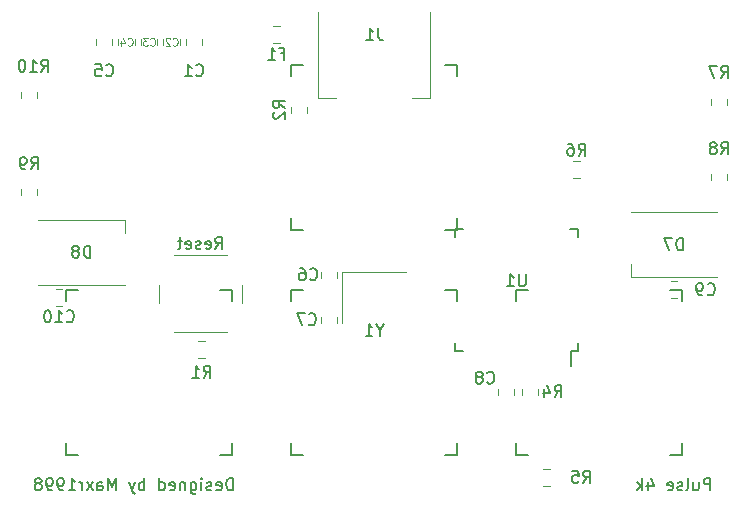
<source format=gbr>
G04 #@! TF.GenerationSoftware,KiCad,Pcbnew,5.1.2*
G04 #@! TF.CreationDate,2019-05-02T19:13:18+02:00*
G04 #@! TF.ProjectId,pcb,7063622e-6b69-4636-9164-5f7063625858,rev?*
G04 #@! TF.SameCoordinates,Original*
G04 #@! TF.FileFunction,Legend,Bot*
G04 #@! TF.FilePolarity,Positive*
%FSLAX46Y46*%
G04 Gerber Fmt 4.6, Leading zero omitted, Abs format (unit mm)*
G04 Created by KiCad (PCBNEW 5.1.2) date 2019-05-02 19:13:18*
%MOMM*%
%LPD*%
G04 APERTURE LIST*
%ADD10C,0.150000*%
%ADD11C,0.120000*%
G04 APERTURE END LIST*
D10*
X146787142Y-124277380D02*
X146787142Y-123277380D01*
X146549047Y-123277380D01*
X146406190Y-123325000D01*
X146310952Y-123420238D01*
X146263333Y-123515476D01*
X146215714Y-123705952D01*
X146215714Y-123848809D01*
X146263333Y-124039285D01*
X146310952Y-124134523D01*
X146406190Y-124229761D01*
X146549047Y-124277380D01*
X146787142Y-124277380D01*
X145406190Y-124229761D02*
X145501428Y-124277380D01*
X145691904Y-124277380D01*
X145787142Y-124229761D01*
X145834761Y-124134523D01*
X145834761Y-123753571D01*
X145787142Y-123658333D01*
X145691904Y-123610714D01*
X145501428Y-123610714D01*
X145406190Y-123658333D01*
X145358571Y-123753571D01*
X145358571Y-123848809D01*
X145834761Y-123944047D01*
X144977619Y-124229761D02*
X144882380Y-124277380D01*
X144691904Y-124277380D01*
X144596666Y-124229761D01*
X144549047Y-124134523D01*
X144549047Y-124086904D01*
X144596666Y-123991666D01*
X144691904Y-123944047D01*
X144834761Y-123944047D01*
X144930000Y-123896428D01*
X144977619Y-123801190D01*
X144977619Y-123753571D01*
X144930000Y-123658333D01*
X144834761Y-123610714D01*
X144691904Y-123610714D01*
X144596666Y-123658333D01*
X144120476Y-124277380D02*
X144120476Y-123610714D01*
X144120476Y-123277380D02*
X144168095Y-123325000D01*
X144120476Y-123372619D01*
X144072857Y-123325000D01*
X144120476Y-123277380D01*
X144120476Y-123372619D01*
X143215714Y-123610714D02*
X143215714Y-124420238D01*
X143263333Y-124515476D01*
X143310952Y-124563095D01*
X143406190Y-124610714D01*
X143549047Y-124610714D01*
X143644285Y-124563095D01*
X143215714Y-124229761D02*
X143310952Y-124277380D01*
X143501428Y-124277380D01*
X143596666Y-124229761D01*
X143644285Y-124182142D01*
X143691904Y-124086904D01*
X143691904Y-123801190D01*
X143644285Y-123705952D01*
X143596666Y-123658333D01*
X143501428Y-123610714D01*
X143310952Y-123610714D01*
X143215714Y-123658333D01*
X142739523Y-123610714D02*
X142739523Y-124277380D01*
X142739523Y-123705952D02*
X142691904Y-123658333D01*
X142596666Y-123610714D01*
X142453809Y-123610714D01*
X142358571Y-123658333D01*
X142310952Y-123753571D01*
X142310952Y-124277380D01*
X141453809Y-124229761D02*
X141549047Y-124277380D01*
X141739523Y-124277380D01*
X141834761Y-124229761D01*
X141882380Y-124134523D01*
X141882380Y-123753571D01*
X141834761Y-123658333D01*
X141739523Y-123610714D01*
X141549047Y-123610714D01*
X141453809Y-123658333D01*
X141406190Y-123753571D01*
X141406190Y-123848809D01*
X141882380Y-123944047D01*
X140549047Y-124277380D02*
X140549047Y-123277380D01*
X140549047Y-124229761D02*
X140644285Y-124277380D01*
X140834761Y-124277380D01*
X140930000Y-124229761D01*
X140977619Y-124182142D01*
X141025238Y-124086904D01*
X141025238Y-123801190D01*
X140977619Y-123705952D01*
X140930000Y-123658333D01*
X140834761Y-123610714D01*
X140644285Y-123610714D01*
X140549047Y-123658333D01*
X139310952Y-124277380D02*
X139310952Y-123277380D01*
X139310952Y-123658333D02*
X139215714Y-123610714D01*
X139025238Y-123610714D01*
X138930000Y-123658333D01*
X138882380Y-123705952D01*
X138834761Y-123801190D01*
X138834761Y-124086904D01*
X138882380Y-124182142D01*
X138930000Y-124229761D01*
X139025238Y-124277380D01*
X139215714Y-124277380D01*
X139310952Y-124229761D01*
X138501428Y-123610714D02*
X138263333Y-124277380D01*
X138025238Y-123610714D02*
X138263333Y-124277380D01*
X138358571Y-124515476D01*
X138406190Y-124563095D01*
X138501428Y-124610714D01*
X136882380Y-124277380D02*
X136882380Y-123277380D01*
X136549047Y-123991666D01*
X136215714Y-123277380D01*
X136215714Y-124277380D01*
X135310952Y-124277380D02*
X135310952Y-123753571D01*
X135358571Y-123658333D01*
X135453809Y-123610714D01*
X135644285Y-123610714D01*
X135739523Y-123658333D01*
X135310952Y-124229761D02*
X135406190Y-124277380D01*
X135644285Y-124277380D01*
X135739523Y-124229761D01*
X135787142Y-124134523D01*
X135787142Y-124039285D01*
X135739523Y-123944047D01*
X135644285Y-123896428D01*
X135406190Y-123896428D01*
X135310952Y-123848809D01*
X134930000Y-124277380D02*
X134406190Y-123610714D01*
X134930000Y-123610714D02*
X134406190Y-124277380D01*
X134025238Y-124277380D02*
X134025238Y-123610714D01*
X134025238Y-123801190D02*
X133977619Y-123705952D01*
X133930000Y-123658333D01*
X133834761Y-123610714D01*
X133739523Y-123610714D01*
X132882380Y-124277380D02*
X133453809Y-124277380D01*
X133168095Y-124277380D02*
X133168095Y-123277380D01*
X133263333Y-123420238D01*
X133358571Y-123515476D01*
X133453809Y-123563095D01*
X132406190Y-124277380D02*
X132215714Y-124277380D01*
X132120476Y-124229761D01*
X132072857Y-124182142D01*
X131977619Y-124039285D01*
X131930000Y-123848809D01*
X131930000Y-123467857D01*
X131977619Y-123372619D01*
X132025238Y-123325000D01*
X132120476Y-123277380D01*
X132310952Y-123277380D01*
X132406190Y-123325000D01*
X132453809Y-123372619D01*
X132501428Y-123467857D01*
X132501428Y-123705952D01*
X132453809Y-123801190D01*
X132406190Y-123848809D01*
X132310952Y-123896428D01*
X132120476Y-123896428D01*
X132025238Y-123848809D01*
X131977619Y-123801190D01*
X131930000Y-123705952D01*
X131453809Y-124277380D02*
X131263333Y-124277380D01*
X131168095Y-124229761D01*
X131120476Y-124182142D01*
X131025238Y-124039285D01*
X130977619Y-123848809D01*
X130977619Y-123467857D01*
X131025238Y-123372619D01*
X131072857Y-123325000D01*
X131168095Y-123277380D01*
X131358571Y-123277380D01*
X131453809Y-123325000D01*
X131501428Y-123372619D01*
X131549047Y-123467857D01*
X131549047Y-123705952D01*
X131501428Y-123801190D01*
X131453809Y-123848809D01*
X131358571Y-123896428D01*
X131168095Y-123896428D01*
X131072857Y-123848809D01*
X131025238Y-123801190D01*
X130977619Y-123705952D01*
X130406190Y-123705952D02*
X130501428Y-123658333D01*
X130549047Y-123610714D01*
X130596666Y-123515476D01*
X130596666Y-123467857D01*
X130549047Y-123372619D01*
X130501428Y-123325000D01*
X130406190Y-123277380D01*
X130215714Y-123277380D01*
X130120476Y-123325000D01*
X130072857Y-123372619D01*
X130025238Y-123467857D01*
X130025238Y-123515476D01*
X130072857Y-123610714D01*
X130120476Y-123658333D01*
X130215714Y-123705952D01*
X130406190Y-123705952D01*
X130501428Y-123753571D01*
X130549047Y-123801190D01*
X130596666Y-123896428D01*
X130596666Y-124086904D01*
X130549047Y-124182142D01*
X130501428Y-124229761D01*
X130406190Y-124277380D01*
X130215714Y-124277380D01*
X130120476Y-124229761D01*
X130072857Y-124182142D01*
X130025238Y-124086904D01*
X130025238Y-123896428D01*
X130072857Y-123801190D01*
X130120476Y-123753571D01*
X130215714Y-123705952D01*
X187221428Y-124277380D02*
X187221428Y-123277380D01*
X186840476Y-123277380D01*
X186745238Y-123325000D01*
X186697619Y-123372619D01*
X186650000Y-123467857D01*
X186650000Y-123610714D01*
X186697619Y-123705952D01*
X186745238Y-123753571D01*
X186840476Y-123801190D01*
X187221428Y-123801190D01*
X185792857Y-123610714D02*
X185792857Y-124277380D01*
X186221428Y-123610714D02*
X186221428Y-124134523D01*
X186173809Y-124229761D01*
X186078571Y-124277380D01*
X185935714Y-124277380D01*
X185840476Y-124229761D01*
X185792857Y-124182142D01*
X185173809Y-124277380D02*
X185269047Y-124229761D01*
X185316666Y-124134523D01*
X185316666Y-123277380D01*
X184840476Y-124229761D02*
X184745238Y-124277380D01*
X184554761Y-124277380D01*
X184459523Y-124229761D01*
X184411904Y-124134523D01*
X184411904Y-124086904D01*
X184459523Y-123991666D01*
X184554761Y-123944047D01*
X184697619Y-123944047D01*
X184792857Y-123896428D01*
X184840476Y-123801190D01*
X184840476Y-123753571D01*
X184792857Y-123658333D01*
X184697619Y-123610714D01*
X184554761Y-123610714D01*
X184459523Y-123658333D01*
X183602380Y-124229761D02*
X183697619Y-124277380D01*
X183888095Y-124277380D01*
X183983333Y-124229761D01*
X184030952Y-124134523D01*
X184030952Y-123753571D01*
X183983333Y-123658333D01*
X183888095Y-123610714D01*
X183697619Y-123610714D01*
X183602380Y-123658333D01*
X183554761Y-123753571D01*
X183554761Y-123848809D01*
X184030952Y-123944047D01*
X181935714Y-123610714D02*
X181935714Y-124277380D01*
X182173809Y-123229761D02*
X182411904Y-123944047D01*
X181792857Y-123944047D01*
X181411904Y-124277380D02*
X181411904Y-123277380D01*
X181316666Y-123896428D02*
X181030952Y-124277380D01*
X181030952Y-123610714D02*
X181411904Y-123991666D01*
X151750000Y-102250000D02*
X151750000Y-101250000D01*
X152750000Y-102250000D02*
X151750000Y-102250000D01*
X151750000Y-88250000D02*
X152750000Y-88250000D01*
X151750000Y-89250000D02*
X151750000Y-88250000D01*
X165750000Y-88250000D02*
X165750000Y-89250000D01*
X164750000Y-88250000D02*
X165750000Y-88250000D01*
X165750000Y-102250000D02*
X164750000Y-102250000D01*
X165750000Y-101250000D02*
X165750000Y-102250000D01*
D11*
X130250000Y-90543748D02*
X130250000Y-91066252D01*
X128830000Y-90543748D02*
X128830000Y-91066252D01*
X130250000Y-98798748D02*
X130250000Y-99321252D01*
X128830000Y-98798748D02*
X128830000Y-99321252D01*
X187250000Y-98051252D02*
X187250000Y-97528748D01*
X188670000Y-98051252D02*
X188670000Y-97528748D01*
X188670000Y-91178748D02*
X188670000Y-91701252D01*
X187250000Y-91178748D02*
X187250000Y-91701252D01*
X156050000Y-105800000D02*
X161450000Y-105800000D01*
X156050000Y-110100000D02*
X156050000Y-105800000D01*
D10*
X175415000Y-112490000D02*
X175415000Y-113765000D01*
X175990000Y-102140000D02*
X175990000Y-102815000D01*
X165640000Y-102140000D02*
X165640000Y-102815000D01*
X165640000Y-112490000D02*
X165640000Y-111815000D01*
X175990000Y-112490000D02*
X175990000Y-111815000D01*
X165640000Y-112490000D02*
X166315000Y-112490000D01*
X165640000Y-102140000D02*
X166315000Y-102140000D01*
X175990000Y-102140000D02*
X175315000Y-102140000D01*
X175990000Y-112490000D02*
X175415000Y-112490000D01*
X132700000Y-121300000D02*
X132700000Y-120300000D01*
X133700000Y-121300000D02*
X132700000Y-121300000D01*
X132700000Y-107300000D02*
X133700000Y-107300000D01*
X132700000Y-108300000D02*
X132700000Y-107300000D01*
X146700000Y-107300000D02*
X146700000Y-108300000D01*
X145700000Y-107300000D02*
X146700000Y-107300000D01*
X146700000Y-121300000D02*
X145700000Y-121300000D01*
X146700000Y-120300000D02*
X146700000Y-121300000D01*
X151750000Y-121300000D02*
X151750000Y-120300000D01*
X152750000Y-121300000D02*
X151750000Y-121300000D01*
X151750000Y-107300000D02*
X152750000Y-107300000D01*
X151750000Y-108300000D02*
X151750000Y-107300000D01*
X165750000Y-107300000D02*
X165750000Y-108300000D01*
X164750000Y-107300000D02*
X165750000Y-107300000D01*
X165750000Y-121300000D02*
X164750000Y-121300000D01*
X165750000Y-120300000D02*
X165750000Y-121300000D01*
X170800000Y-121300000D02*
X170800000Y-120300000D01*
X171800000Y-121300000D02*
X170800000Y-121300000D01*
X170800000Y-107300000D02*
X171800000Y-107300000D01*
X170800000Y-108300000D02*
X170800000Y-107300000D01*
X184800000Y-107300000D02*
X184800000Y-108300000D01*
X183800000Y-107300000D02*
X184800000Y-107300000D01*
X184800000Y-121300000D02*
X183800000Y-121300000D01*
X184800000Y-120300000D02*
X184800000Y-121300000D01*
D11*
X140570000Y-108410000D02*
X140570000Y-106910000D01*
X141820000Y-104410000D02*
X146320000Y-104410000D01*
X147570000Y-106910000D02*
X147570000Y-108410000D01*
X146320000Y-110910000D02*
X141820000Y-110910000D01*
X176156252Y-97865000D02*
X175633748Y-97865000D01*
X176156252Y-96445000D02*
X175633748Y-96445000D01*
X173616252Y-123900000D02*
X173093748Y-123900000D01*
X173616252Y-122480000D02*
X173093748Y-122480000D01*
X172668000Y-115689748D02*
X172668000Y-116212252D01*
X171248000Y-115689748D02*
X171248000Y-116212252D01*
X153110000Y-91813748D02*
X153110000Y-92336252D01*
X151690000Y-91813748D02*
X151690000Y-92336252D01*
X144406252Y-113105000D02*
X143883748Y-113105000D01*
X144406252Y-111685000D02*
X143883748Y-111685000D01*
X154000000Y-91095000D02*
X155500000Y-91095000D01*
X154000000Y-91095000D02*
X154000000Y-83835000D01*
X163500000Y-91095000D02*
X163500000Y-83835000D01*
X162000000Y-91095000D02*
X163500000Y-91095000D01*
X150233748Y-85015000D02*
X150756252Y-85015000D01*
X150233748Y-86435000D02*
X150756252Y-86435000D01*
X137635000Y-101390000D02*
X137635000Y-102540000D01*
X130335000Y-101390000D02*
X137635000Y-101390000D01*
X130335000Y-106890000D02*
X137635000Y-106890000D01*
X180500000Y-106255000D02*
X180500000Y-105105000D01*
X187800000Y-106255000D02*
X180500000Y-106255000D01*
X187800000Y-100755000D02*
X180500000Y-100755000D01*
X131818748Y-107240000D02*
X132341252Y-107240000D01*
X131818748Y-108660000D02*
X132341252Y-108660000D01*
X184411252Y-108025000D02*
X183888748Y-108025000D01*
X184411252Y-106605000D02*
X183888748Y-106605000D01*
X170636000Y-115689748D02*
X170636000Y-116212252D01*
X169216000Y-115689748D02*
X169216000Y-116212252D01*
X154230000Y-110116252D02*
X154230000Y-109593748D01*
X155650000Y-110116252D02*
X155650000Y-109593748D01*
X154230000Y-106306252D02*
X154230000Y-105783748D01*
X155650000Y-106306252D02*
X155650000Y-105783748D01*
X136600000Y-86098748D02*
X136600000Y-86621252D01*
X135180000Y-86098748D02*
X135180000Y-86621252D01*
X138505000Y-86098748D02*
X138505000Y-86621252D01*
X137085000Y-86098748D02*
X137085000Y-86621252D01*
X140410000Y-86098748D02*
X140410000Y-86621252D01*
X138990000Y-86098748D02*
X138990000Y-86621252D01*
X142315000Y-86098748D02*
X142315000Y-86621252D01*
X140895000Y-86098748D02*
X140895000Y-86621252D01*
X144220000Y-86098748D02*
X144220000Y-86621252D01*
X142800000Y-86098748D02*
X142800000Y-86621252D01*
D10*
X130563857Y-88844380D02*
X130897190Y-88368190D01*
X131135285Y-88844380D02*
X131135285Y-87844380D01*
X130754333Y-87844380D01*
X130659095Y-87892000D01*
X130611476Y-87939619D01*
X130563857Y-88034857D01*
X130563857Y-88177714D01*
X130611476Y-88272952D01*
X130659095Y-88320571D01*
X130754333Y-88368190D01*
X131135285Y-88368190D01*
X129611476Y-88844380D02*
X130182904Y-88844380D01*
X129897190Y-88844380D02*
X129897190Y-87844380D01*
X129992428Y-87987238D01*
X130087666Y-88082476D01*
X130182904Y-88130095D01*
X128992428Y-87844380D02*
X128897190Y-87844380D01*
X128801952Y-87892000D01*
X128754333Y-87939619D01*
X128706714Y-88034857D01*
X128659095Y-88225333D01*
X128659095Y-88463428D01*
X128706714Y-88653904D01*
X128754333Y-88749142D01*
X128801952Y-88796761D01*
X128897190Y-88844380D01*
X128992428Y-88844380D01*
X129087666Y-88796761D01*
X129135285Y-88749142D01*
X129182904Y-88653904D01*
X129230523Y-88463428D01*
X129230523Y-88225333D01*
X129182904Y-88034857D01*
X129135285Y-87939619D01*
X129087666Y-87892000D01*
X128992428Y-87844380D01*
X129706666Y-97099380D02*
X130040000Y-96623190D01*
X130278095Y-97099380D02*
X130278095Y-96099380D01*
X129897142Y-96099380D01*
X129801904Y-96147000D01*
X129754285Y-96194619D01*
X129706666Y-96289857D01*
X129706666Y-96432714D01*
X129754285Y-96527952D01*
X129801904Y-96575571D01*
X129897142Y-96623190D01*
X130278095Y-96623190D01*
X129230476Y-97099380D02*
X129040000Y-97099380D01*
X128944761Y-97051761D01*
X128897142Y-97004142D01*
X128801904Y-96861285D01*
X128754285Y-96670809D01*
X128754285Y-96289857D01*
X128801904Y-96194619D01*
X128849523Y-96147000D01*
X128944761Y-96099380D01*
X129135238Y-96099380D01*
X129230476Y-96147000D01*
X129278095Y-96194619D01*
X129325714Y-96289857D01*
X129325714Y-96527952D01*
X129278095Y-96623190D01*
X129230476Y-96670809D01*
X129135238Y-96718428D01*
X128944761Y-96718428D01*
X128849523Y-96670809D01*
X128801904Y-96623190D01*
X128754285Y-96527952D01*
X188126666Y-95829380D02*
X188460000Y-95353190D01*
X188698095Y-95829380D02*
X188698095Y-94829380D01*
X188317142Y-94829380D01*
X188221904Y-94877000D01*
X188174285Y-94924619D01*
X188126666Y-95019857D01*
X188126666Y-95162714D01*
X188174285Y-95257952D01*
X188221904Y-95305571D01*
X188317142Y-95353190D01*
X188698095Y-95353190D01*
X187555238Y-95257952D02*
X187650476Y-95210333D01*
X187698095Y-95162714D01*
X187745714Y-95067476D01*
X187745714Y-95019857D01*
X187698095Y-94924619D01*
X187650476Y-94877000D01*
X187555238Y-94829380D01*
X187364761Y-94829380D01*
X187269523Y-94877000D01*
X187221904Y-94924619D01*
X187174285Y-95019857D01*
X187174285Y-95067476D01*
X187221904Y-95162714D01*
X187269523Y-95210333D01*
X187364761Y-95257952D01*
X187555238Y-95257952D01*
X187650476Y-95305571D01*
X187698095Y-95353190D01*
X187745714Y-95448428D01*
X187745714Y-95638904D01*
X187698095Y-95734142D01*
X187650476Y-95781761D01*
X187555238Y-95829380D01*
X187364761Y-95829380D01*
X187269523Y-95781761D01*
X187221904Y-95734142D01*
X187174285Y-95638904D01*
X187174285Y-95448428D01*
X187221904Y-95353190D01*
X187269523Y-95305571D01*
X187364761Y-95257952D01*
X188126666Y-89352380D02*
X188460000Y-88876190D01*
X188698095Y-89352380D02*
X188698095Y-88352380D01*
X188317142Y-88352380D01*
X188221904Y-88400000D01*
X188174285Y-88447619D01*
X188126666Y-88542857D01*
X188126666Y-88685714D01*
X188174285Y-88780952D01*
X188221904Y-88828571D01*
X188317142Y-88876190D01*
X188698095Y-88876190D01*
X187793333Y-88352380D02*
X187126666Y-88352380D01*
X187555238Y-89352380D01*
X159226190Y-110720190D02*
X159226190Y-111196380D01*
X159559523Y-110196380D02*
X159226190Y-110720190D01*
X158892857Y-110196380D01*
X158035714Y-111196380D02*
X158607142Y-111196380D01*
X158321428Y-111196380D02*
X158321428Y-110196380D01*
X158416666Y-110339238D01*
X158511904Y-110434476D01*
X158607142Y-110482095D01*
X171576904Y-106005380D02*
X171576904Y-106814904D01*
X171529285Y-106910142D01*
X171481666Y-106957761D01*
X171386428Y-107005380D01*
X171195952Y-107005380D01*
X171100714Y-106957761D01*
X171053095Y-106910142D01*
X171005476Y-106814904D01*
X171005476Y-106005380D01*
X170005476Y-107005380D02*
X170576904Y-107005380D01*
X170291190Y-107005380D02*
X170291190Y-106005380D01*
X170386428Y-106148238D01*
X170481666Y-106243476D01*
X170576904Y-106291095D01*
X145308095Y-103862380D02*
X145641428Y-103386190D01*
X145879523Y-103862380D02*
X145879523Y-102862380D01*
X145498571Y-102862380D01*
X145403333Y-102910000D01*
X145355714Y-102957619D01*
X145308095Y-103052857D01*
X145308095Y-103195714D01*
X145355714Y-103290952D01*
X145403333Y-103338571D01*
X145498571Y-103386190D01*
X145879523Y-103386190D01*
X144498571Y-103814761D02*
X144593809Y-103862380D01*
X144784285Y-103862380D01*
X144879523Y-103814761D01*
X144927142Y-103719523D01*
X144927142Y-103338571D01*
X144879523Y-103243333D01*
X144784285Y-103195714D01*
X144593809Y-103195714D01*
X144498571Y-103243333D01*
X144450952Y-103338571D01*
X144450952Y-103433809D01*
X144927142Y-103529047D01*
X144070000Y-103814761D02*
X143974761Y-103862380D01*
X143784285Y-103862380D01*
X143689047Y-103814761D01*
X143641428Y-103719523D01*
X143641428Y-103671904D01*
X143689047Y-103576666D01*
X143784285Y-103529047D01*
X143927142Y-103529047D01*
X144022380Y-103481428D01*
X144070000Y-103386190D01*
X144070000Y-103338571D01*
X144022380Y-103243333D01*
X143927142Y-103195714D01*
X143784285Y-103195714D01*
X143689047Y-103243333D01*
X142831904Y-103814761D02*
X142927142Y-103862380D01*
X143117619Y-103862380D01*
X143212857Y-103814761D01*
X143260476Y-103719523D01*
X143260476Y-103338571D01*
X143212857Y-103243333D01*
X143117619Y-103195714D01*
X142927142Y-103195714D01*
X142831904Y-103243333D01*
X142784285Y-103338571D01*
X142784285Y-103433809D01*
X143260476Y-103529047D01*
X142498571Y-103195714D02*
X142117619Y-103195714D01*
X142355714Y-102862380D02*
X142355714Y-103719523D01*
X142308095Y-103814761D01*
X142212857Y-103862380D01*
X142117619Y-103862380D01*
X176061666Y-95957380D02*
X176395000Y-95481190D01*
X176633095Y-95957380D02*
X176633095Y-94957380D01*
X176252142Y-94957380D01*
X176156904Y-95005000D01*
X176109285Y-95052619D01*
X176061666Y-95147857D01*
X176061666Y-95290714D01*
X176109285Y-95385952D01*
X176156904Y-95433571D01*
X176252142Y-95481190D01*
X176633095Y-95481190D01*
X175204523Y-94957380D02*
X175395000Y-94957380D01*
X175490238Y-95005000D01*
X175537857Y-95052619D01*
X175633095Y-95195476D01*
X175680714Y-95385952D01*
X175680714Y-95766904D01*
X175633095Y-95862142D01*
X175585476Y-95909761D01*
X175490238Y-95957380D01*
X175299761Y-95957380D01*
X175204523Y-95909761D01*
X175156904Y-95862142D01*
X175109285Y-95766904D01*
X175109285Y-95528809D01*
X175156904Y-95433571D01*
X175204523Y-95385952D01*
X175299761Y-95338333D01*
X175490238Y-95338333D01*
X175585476Y-95385952D01*
X175633095Y-95433571D01*
X175680714Y-95528809D01*
X176442666Y-123642380D02*
X176776000Y-123166190D01*
X177014095Y-123642380D02*
X177014095Y-122642380D01*
X176633142Y-122642380D01*
X176537904Y-122690000D01*
X176490285Y-122737619D01*
X176442666Y-122832857D01*
X176442666Y-122975714D01*
X176490285Y-123070952D01*
X176537904Y-123118571D01*
X176633142Y-123166190D01*
X177014095Y-123166190D01*
X175537904Y-122642380D02*
X176014095Y-122642380D01*
X176061714Y-123118571D01*
X176014095Y-123070952D01*
X175918857Y-123023333D01*
X175680761Y-123023333D01*
X175585523Y-123070952D01*
X175537904Y-123118571D01*
X175490285Y-123213809D01*
X175490285Y-123451904D01*
X175537904Y-123547142D01*
X175585523Y-123594761D01*
X175680761Y-123642380D01*
X175918857Y-123642380D01*
X176014095Y-123594761D01*
X176061714Y-123547142D01*
X174029666Y-116403380D02*
X174363000Y-115927190D01*
X174601095Y-116403380D02*
X174601095Y-115403380D01*
X174220142Y-115403380D01*
X174124904Y-115451000D01*
X174077285Y-115498619D01*
X174029666Y-115593857D01*
X174029666Y-115736714D01*
X174077285Y-115831952D01*
X174124904Y-115879571D01*
X174220142Y-115927190D01*
X174601095Y-115927190D01*
X173172523Y-115736714D02*
X173172523Y-116403380D01*
X173410619Y-115355761D02*
X173648714Y-116070047D01*
X173029666Y-116070047D01*
X151202380Y-91908333D02*
X150726190Y-91575000D01*
X151202380Y-91336904D02*
X150202380Y-91336904D01*
X150202380Y-91717857D01*
X150250000Y-91813095D01*
X150297619Y-91860714D01*
X150392857Y-91908333D01*
X150535714Y-91908333D01*
X150630952Y-91860714D01*
X150678571Y-91813095D01*
X150726190Y-91717857D01*
X150726190Y-91336904D01*
X150297619Y-92289285D02*
X150250000Y-92336904D01*
X150202380Y-92432142D01*
X150202380Y-92670238D01*
X150250000Y-92765476D01*
X150297619Y-92813095D01*
X150392857Y-92860714D01*
X150488095Y-92860714D01*
X150630952Y-92813095D01*
X151202380Y-92241666D01*
X151202380Y-92860714D01*
X144311666Y-114752380D02*
X144645000Y-114276190D01*
X144883095Y-114752380D02*
X144883095Y-113752380D01*
X144502142Y-113752380D01*
X144406904Y-113800000D01*
X144359285Y-113847619D01*
X144311666Y-113942857D01*
X144311666Y-114085714D01*
X144359285Y-114180952D01*
X144406904Y-114228571D01*
X144502142Y-114276190D01*
X144883095Y-114276190D01*
X143359285Y-114752380D02*
X143930714Y-114752380D01*
X143645000Y-114752380D02*
X143645000Y-113752380D01*
X143740238Y-113895238D01*
X143835476Y-113990476D01*
X143930714Y-114038095D01*
X159083333Y-85177380D02*
X159083333Y-85891666D01*
X159130952Y-86034523D01*
X159226190Y-86129761D01*
X159369047Y-86177380D01*
X159464285Y-86177380D01*
X158083333Y-86177380D02*
X158654761Y-86177380D01*
X158369047Y-86177380D02*
X158369047Y-85177380D01*
X158464285Y-85320238D01*
X158559523Y-85415476D01*
X158654761Y-85463095D01*
X150828333Y-87303571D02*
X151161666Y-87303571D01*
X151161666Y-87827380D02*
X151161666Y-86827380D01*
X150685476Y-86827380D01*
X149780714Y-87827380D02*
X150352142Y-87827380D01*
X150066428Y-87827380D02*
X150066428Y-86827380D01*
X150161666Y-86970238D01*
X150256904Y-87065476D01*
X150352142Y-87113095D01*
X134723095Y-104592380D02*
X134723095Y-103592380D01*
X134485000Y-103592380D01*
X134342142Y-103640000D01*
X134246904Y-103735238D01*
X134199285Y-103830476D01*
X134151666Y-104020952D01*
X134151666Y-104163809D01*
X134199285Y-104354285D01*
X134246904Y-104449523D01*
X134342142Y-104544761D01*
X134485000Y-104592380D01*
X134723095Y-104592380D01*
X133580238Y-104020952D02*
X133675476Y-103973333D01*
X133723095Y-103925714D01*
X133770714Y-103830476D01*
X133770714Y-103782857D01*
X133723095Y-103687619D01*
X133675476Y-103640000D01*
X133580238Y-103592380D01*
X133389761Y-103592380D01*
X133294523Y-103640000D01*
X133246904Y-103687619D01*
X133199285Y-103782857D01*
X133199285Y-103830476D01*
X133246904Y-103925714D01*
X133294523Y-103973333D01*
X133389761Y-104020952D01*
X133580238Y-104020952D01*
X133675476Y-104068571D01*
X133723095Y-104116190D01*
X133770714Y-104211428D01*
X133770714Y-104401904D01*
X133723095Y-104497142D01*
X133675476Y-104544761D01*
X133580238Y-104592380D01*
X133389761Y-104592380D01*
X133294523Y-104544761D01*
X133246904Y-104497142D01*
X133199285Y-104401904D01*
X133199285Y-104211428D01*
X133246904Y-104116190D01*
X133294523Y-104068571D01*
X133389761Y-104020952D01*
X184888095Y-103957380D02*
X184888095Y-102957380D01*
X184650000Y-102957380D01*
X184507142Y-103005000D01*
X184411904Y-103100238D01*
X184364285Y-103195476D01*
X184316666Y-103385952D01*
X184316666Y-103528809D01*
X184364285Y-103719285D01*
X184411904Y-103814523D01*
X184507142Y-103909761D01*
X184650000Y-103957380D01*
X184888095Y-103957380D01*
X183983333Y-102957380D02*
X183316666Y-102957380D01*
X183745238Y-103957380D01*
X132722857Y-109957142D02*
X132770476Y-110004761D01*
X132913333Y-110052380D01*
X133008571Y-110052380D01*
X133151428Y-110004761D01*
X133246666Y-109909523D01*
X133294285Y-109814285D01*
X133341904Y-109623809D01*
X133341904Y-109480952D01*
X133294285Y-109290476D01*
X133246666Y-109195238D01*
X133151428Y-109100000D01*
X133008571Y-109052380D01*
X132913333Y-109052380D01*
X132770476Y-109100000D01*
X132722857Y-109147619D01*
X131770476Y-110052380D02*
X132341904Y-110052380D01*
X132056190Y-110052380D02*
X132056190Y-109052380D01*
X132151428Y-109195238D01*
X132246666Y-109290476D01*
X132341904Y-109338095D01*
X131151428Y-109052380D02*
X131056190Y-109052380D01*
X130960952Y-109100000D01*
X130913333Y-109147619D01*
X130865714Y-109242857D01*
X130818095Y-109433333D01*
X130818095Y-109671428D01*
X130865714Y-109861904D01*
X130913333Y-109957142D01*
X130960952Y-110004761D01*
X131056190Y-110052380D01*
X131151428Y-110052380D01*
X131246666Y-110004761D01*
X131294285Y-109957142D01*
X131341904Y-109861904D01*
X131389523Y-109671428D01*
X131389523Y-109433333D01*
X131341904Y-109242857D01*
X131294285Y-109147619D01*
X131246666Y-109100000D01*
X131151428Y-109052380D01*
X186983666Y-107672142D02*
X187031285Y-107719761D01*
X187174142Y-107767380D01*
X187269380Y-107767380D01*
X187412238Y-107719761D01*
X187507476Y-107624523D01*
X187555095Y-107529285D01*
X187602714Y-107338809D01*
X187602714Y-107195952D01*
X187555095Y-107005476D01*
X187507476Y-106910238D01*
X187412238Y-106815000D01*
X187269380Y-106767380D01*
X187174142Y-106767380D01*
X187031285Y-106815000D01*
X186983666Y-106862619D01*
X186507476Y-107767380D02*
X186317000Y-107767380D01*
X186221761Y-107719761D01*
X186174142Y-107672142D01*
X186078904Y-107529285D01*
X186031285Y-107338809D01*
X186031285Y-106957857D01*
X186078904Y-106862619D01*
X186126523Y-106815000D01*
X186221761Y-106767380D01*
X186412238Y-106767380D01*
X186507476Y-106815000D01*
X186555095Y-106862619D01*
X186602714Y-106957857D01*
X186602714Y-107195952D01*
X186555095Y-107291190D01*
X186507476Y-107338809D01*
X186412238Y-107386428D01*
X186221761Y-107386428D01*
X186126523Y-107338809D01*
X186078904Y-107291190D01*
X186031285Y-107195952D01*
X168314666Y-115165142D02*
X168362285Y-115212761D01*
X168505142Y-115260380D01*
X168600380Y-115260380D01*
X168743238Y-115212761D01*
X168838476Y-115117523D01*
X168886095Y-115022285D01*
X168933714Y-114831809D01*
X168933714Y-114688952D01*
X168886095Y-114498476D01*
X168838476Y-114403238D01*
X168743238Y-114308000D01*
X168600380Y-114260380D01*
X168505142Y-114260380D01*
X168362285Y-114308000D01*
X168314666Y-114355619D01*
X167743238Y-114688952D02*
X167838476Y-114641333D01*
X167886095Y-114593714D01*
X167933714Y-114498476D01*
X167933714Y-114450857D01*
X167886095Y-114355619D01*
X167838476Y-114308000D01*
X167743238Y-114260380D01*
X167552761Y-114260380D01*
X167457523Y-114308000D01*
X167409904Y-114355619D01*
X167362285Y-114450857D01*
X167362285Y-114498476D01*
X167409904Y-114593714D01*
X167457523Y-114641333D01*
X167552761Y-114688952D01*
X167743238Y-114688952D01*
X167838476Y-114736571D01*
X167886095Y-114784190D01*
X167933714Y-114879428D01*
X167933714Y-115069904D01*
X167886095Y-115165142D01*
X167838476Y-115212761D01*
X167743238Y-115260380D01*
X167552761Y-115260380D01*
X167457523Y-115212761D01*
X167409904Y-115165142D01*
X167362285Y-115069904D01*
X167362285Y-114879428D01*
X167409904Y-114784190D01*
X167457523Y-114736571D01*
X167552761Y-114688952D01*
X153201666Y-110212142D02*
X153249285Y-110259761D01*
X153392142Y-110307380D01*
X153487380Y-110307380D01*
X153630238Y-110259761D01*
X153725476Y-110164523D01*
X153773095Y-110069285D01*
X153820714Y-109878809D01*
X153820714Y-109735952D01*
X153773095Y-109545476D01*
X153725476Y-109450238D01*
X153630238Y-109355000D01*
X153487380Y-109307380D01*
X153392142Y-109307380D01*
X153249285Y-109355000D01*
X153201666Y-109402619D01*
X152868333Y-109307380D02*
X152201666Y-109307380D01*
X152630238Y-110307380D01*
X153328666Y-106402142D02*
X153376285Y-106449761D01*
X153519142Y-106497380D01*
X153614380Y-106497380D01*
X153757238Y-106449761D01*
X153852476Y-106354523D01*
X153900095Y-106259285D01*
X153947714Y-106068809D01*
X153947714Y-105925952D01*
X153900095Y-105735476D01*
X153852476Y-105640238D01*
X153757238Y-105545000D01*
X153614380Y-105497380D01*
X153519142Y-105497380D01*
X153376285Y-105545000D01*
X153328666Y-105592619D01*
X152471523Y-105497380D02*
X152662000Y-105497380D01*
X152757238Y-105545000D01*
X152804857Y-105592619D01*
X152900095Y-105735476D01*
X152947714Y-105925952D01*
X152947714Y-106306904D01*
X152900095Y-106402142D01*
X152852476Y-106449761D01*
X152757238Y-106497380D01*
X152566761Y-106497380D01*
X152471523Y-106449761D01*
X152423904Y-106402142D01*
X152376285Y-106306904D01*
X152376285Y-106068809D01*
X152423904Y-105973571D01*
X152471523Y-105925952D01*
X152566761Y-105878333D01*
X152757238Y-105878333D01*
X152852476Y-105925952D01*
X152900095Y-105973571D01*
X152947714Y-106068809D01*
X136056666Y-89130142D02*
X136104285Y-89177761D01*
X136247142Y-89225380D01*
X136342380Y-89225380D01*
X136485238Y-89177761D01*
X136580476Y-89082523D01*
X136628095Y-88987285D01*
X136675714Y-88796809D01*
X136675714Y-88653952D01*
X136628095Y-88463476D01*
X136580476Y-88368238D01*
X136485238Y-88273000D01*
X136342380Y-88225380D01*
X136247142Y-88225380D01*
X136104285Y-88273000D01*
X136056666Y-88320619D01*
X135151904Y-88225380D02*
X135628095Y-88225380D01*
X135675714Y-88701571D01*
X135628095Y-88653952D01*
X135532857Y-88606333D01*
X135294761Y-88606333D01*
X135199523Y-88653952D01*
X135151904Y-88701571D01*
X135104285Y-88796809D01*
X135104285Y-89034904D01*
X135151904Y-89130142D01*
X135199523Y-89177761D01*
X135294761Y-89225380D01*
X135532857Y-89225380D01*
X135628095Y-89177761D01*
X135675714Y-89130142D01*
D11*
X137903333Y-86592142D02*
X137934285Y-86623095D01*
X138027142Y-86654047D01*
X138089047Y-86654047D01*
X138181904Y-86623095D01*
X138243809Y-86561190D01*
X138274761Y-86499285D01*
X138305714Y-86375476D01*
X138305714Y-86282619D01*
X138274761Y-86158809D01*
X138243809Y-86096904D01*
X138181904Y-86035000D01*
X138089047Y-86004047D01*
X138027142Y-86004047D01*
X137934285Y-86035000D01*
X137903333Y-86065952D01*
X137346190Y-86220714D02*
X137346190Y-86654047D01*
X137500952Y-85973095D02*
X137655714Y-86437380D01*
X137253333Y-86437380D01*
X139808333Y-86592142D02*
X139839285Y-86623095D01*
X139932142Y-86654047D01*
X139994047Y-86654047D01*
X140086904Y-86623095D01*
X140148809Y-86561190D01*
X140179761Y-86499285D01*
X140210714Y-86375476D01*
X140210714Y-86282619D01*
X140179761Y-86158809D01*
X140148809Y-86096904D01*
X140086904Y-86035000D01*
X139994047Y-86004047D01*
X139932142Y-86004047D01*
X139839285Y-86035000D01*
X139808333Y-86065952D01*
X139591666Y-86004047D02*
X139189285Y-86004047D01*
X139405952Y-86251666D01*
X139313095Y-86251666D01*
X139251190Y-86282619D01*
X139220238Y-86313571D01*
X139189285Y-86375476D01*
X139189285Y-86530238D01*
X139220238Y-86592142D01*
X139251190Y-86623095D01*
X139313095Y-86654047D01*
X139498809Y-86654047D01*
X139560714Y-86623095D01*
X139591666Y-86592142D01*
X141713333Y-86592142D02*
X141744285Y-86623095D01*
X141837142Y-86654047D01*
X141899047Y-86654047D01*
X141991904Y-86623095D01*
X142053809Y-86561190D01*
X142084761Y-86499285D01*
X142115714Y-86375476D01*
X142115714Y-86282619D01*
X142084761Y-86158809D01*
X142053809Y-86096904D01*
X141991904Y-86035000D01*
X141899047Y-86004047D01*
X141837142Y-86004047D01*
X141744285Y-86035000D01*
X141713333Y-86065952D01*
X141465714Y-86065952D02*
X141434761Y-86035000D01*
X141372857Y-86004047D01*
X141218095Y-86004047D01*
X141156190Y-86035000D01*
X141125238Y-86065952D01*
X141094285Y-86127857D01*
X141094285Y-86189761D01*
X141125238Y-86282619D01*
X141496666Y-86654047D01*
X141094285Y-86654047D01*
D10*
X143676666Y-89130142D02*
X143724285Y-89177761D01*
X143867142Y-89225380D01*
X143962380Y-89225380D01*
X144105238Y-89177761D01*
X144200476Y-89082523D01*
X144248095Y-88987285D01*
X144295714Y-88796809D01*
X144295714Y-88653952D01*
X144248095Y-88463476D01*
X144200476Y-88368238D01*
X144105238Y-88273000D01*
X143962380Y-88225380D01*
X143867142Y-88225380D01*
X143724285Y-88273000D01*
X143676666Y-88320619D01*
X142724285Y-89225380D02*
X143295714Y-89225380D01*
X143010000Y-89225380D02*
X143010000Y-88225380D01*
X143105238Y-88368238D01*
X143200476Y-88463476D01*
X143295714Y-88511095D01*
M02*

</source>
